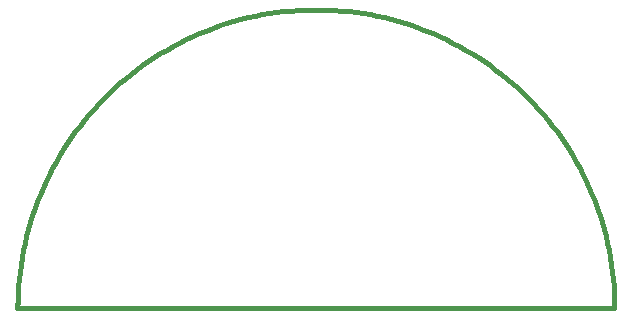
<source format=gbp>
G75*
%MOIN*%
%OFA0B0*%
%FSLAX25Y25*%
%IPPOS*%
%LPD*%
%AMOC8*
5,1,8,0,0,1.08239X$1,22.5*
%
%ADD10C,0.01600*%
D10*
X0001800Y0035590D02*
X0200800Y0035590D01*
X0200770Y0038013D01*
X0200682Y0040434D01*
X0200535Y0042853D01*
X0200328Y0045267D01*
X0200063Y0047676D01*
X0199740Y0050077D01*
X0199358Y0052470D01*
X0198918Y0054853D01*
X0198420Y0057224D01*
X0197864Y0059583D01*
X0197251Y0061927D01*
X0196581Y0064256D01*
X0195855Y0066568D01*
X0195073Y0068861D01*
X0194235Y0071134D01*
X0193342Y0073387D01*
X0192394Y0075617D01*
X0191392Y0077823D01*
X0190337Y0080005D01*
X0189229Y0082160D01*
X0188069Y0084287D01*
X0186857Y0086386D01*
X0185595Y0088454D01*
X0184283Y0090491D01*
X0182921Y0092495D01*
X0181511Y0094466D01*
X0180054Y0096402D01*
X0178550Y0098301D01*
X0177000Y0100164D01*
X0175405Y0101988D01*
X0173766Y0103773D01*
X0172084Y0105517D01*
X0170360Y0107220D01*
X0168596Y0108881D01*
X0166791Y0110498D01*
X0164947Y0112070D01*
X0163066Y0113598D01*
X0161148Y0115079D01*
X0159195Y0116512D01*
X0157207Y0117898D01*
X0155186Y0119235D01*
X0153134Y0120523D01*
X0151050Y0121760D01*
X0148937Y0122945D01*
X0146796Y0124080D01*
X0144627Y0125161D01*
X0142433Y0126190D01*
X0140215Y0127164D01*
X0137973Y0128085D01*
X0135710Y0128951D01*
X0133427Y0129761D01*
X0131124Y0130515D01*
X0128804Y0131213D01*
X0126467Y0131855D01*
X0124115Y0132439D01*
X0121750Y0132966D01*
X0119373Y0133435D01*
X0116985Y0133846D01*
X0114588Y0134199D01*
X0112182Y0134493D01*
X0109771Y0134729D01*
X0107354Y0134906D01*
X0104934Y0135024D01*
X0102512Y0135083D01*
X0100088Y0135083D01*
X0097666Y0135024D01*
X0095246Y0134906D01*
X0092829Y0134729D01*
X0090418Y0134493D01*
X0088012Y0134199D01*
X0085615Y0133846D01*
X0083227Y0133435D01*
X0080850Y0132966D01*
X0078485Y0132439D01*
X0076133Y0131855D01*
X0073796Y0131213D01*
X0071476Y0130515D01*
X0069173Y0129761D01*
X0066890Y0128951D01*
X0064627Y0128085D01*
X0062385Y0127164D01*
X0060167Y0126190D01*
X0057973Y0125161D01*
X0055804Y0124080D01*
X0053663Y0122945D01*
X0051550Y0121760D01*
X0049466Y0120523D01*
X0047414Y0119235D01*
X0045393Y0117898D01*
X0043405Y0116512D01*
X0041452Y0115079D01*
X0039534Y0113598D01*
X0037653Y0112070D01*
X0035809Y0110498D01*
X0034004Y0108881D01*
X0032240Y0107220D01*
X0030516Y0105517D01*
X0028834Y0103773D01*
X0027195Y0101988D01*
X0025600Y0100164D01*
X0024050Y0098301D01*
X0022546Y0096402D01*
X0021089Y0094466D01*
X0019679Y0092495D01*
X0018317Y0090491D01*
X0017005Y0088454D01*
X0015743Y0086386D01*
X0014531Y0084287D01*
X0013371Y0082160D01*
X0012263Y0080005D01*
X0011208Y0077823D01*
X0010206Y0075617D01*
X0009258Y0073387D01*
X0008365Y0071134D01*
X0007527Y0068861D01*
X0006745Y0066568D01*
X0006019Y0064256D01*
X0005349Y0061927D01*
X0004736Y0059583D01*
X0004180Y0057224D01*
X0003682Y0054853D01*
X0003242Y0052470D01*
X0002860Y0050077D01*
X0002537Y0047676D01*
X0002272Y0045267D01*
X0002065Y0042853D01*
X0001918Y0040434D01*
X0001830Y0038013D01*
X0001800Y0035590D01*
X0001800Y0035840D02*
X0001800Y0036840D01*
M02*

</source>
